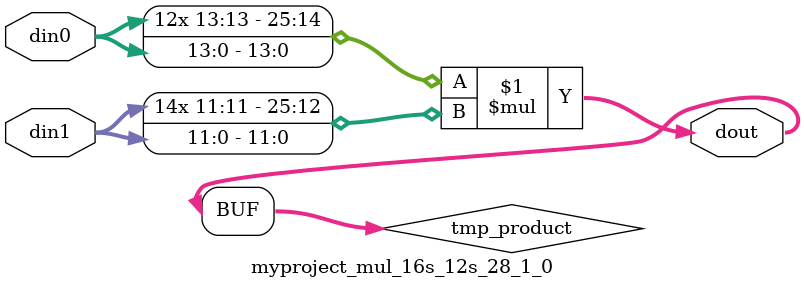
<source format=v>

`timescale 1 ns / 1 ps

  module myproject_mul_16s_12s_28_1_0(din0, din1, dout);
parameter ID = 1;
parameter NUM_STAGE = 0;
parameter din0_WIDTH = 14;
parameter din1_WIDTH = 12;
parameter dout_WIDTH = 26;

input [din0_WIDTH - 1 : 0] din0; 
input [din1_WIDTH - 1 : 0] din1; 
output [dout_WIDTH - 1 : 0] dout;

wire signed [dout_WIDTH - 1 : 0] tmp_product;













assign tmp_product = $signed(din0) * $signed(din1);








assign dout = tmp_product;







endmodule

</source>
